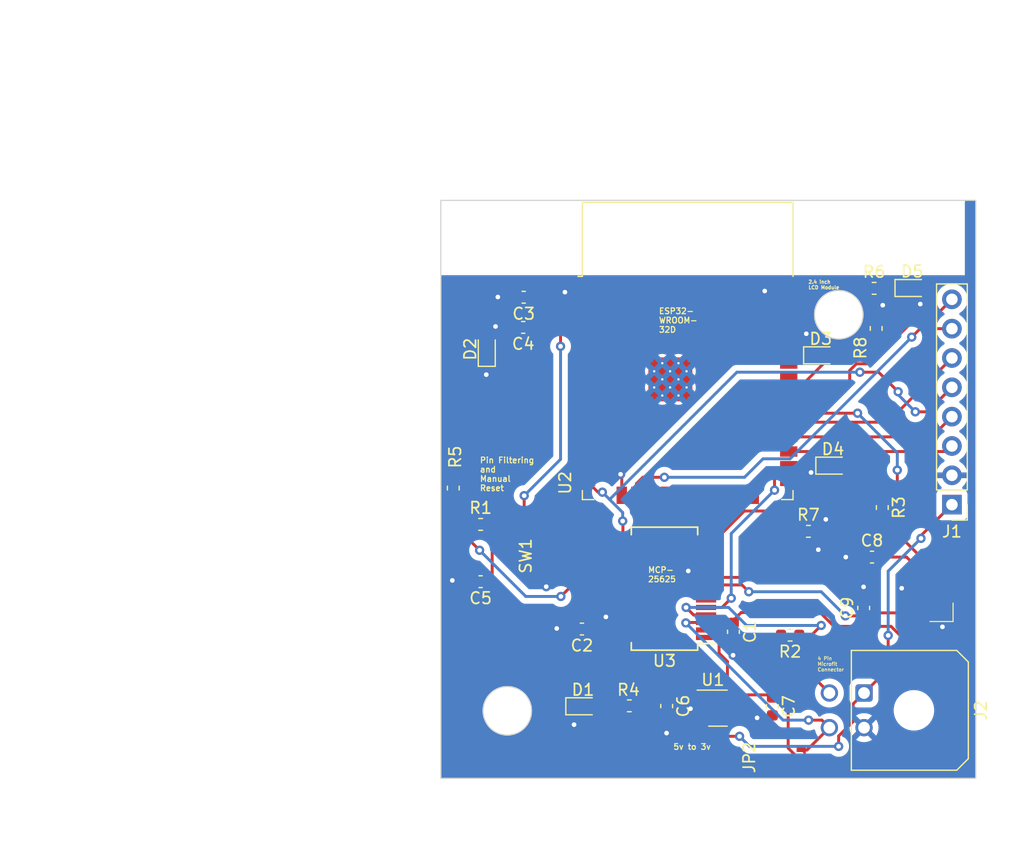
<source format=kicad_pcb>
(kicad_pcb (version 20221018) (generator pcbnew)
  (layers (0 "F.Cu" signal) (31 "B.Cu" signal) (34 "B.Paste" user) (35 "F.Paste" user) (36 "B.SilkS" user "B.Silkscreen") (37 "F.SilkS" user "F.Silkscreen") (38 "B.Mask" user) (39 "F.Mask" user) (44 "Edge.Cuts" user))
  (net 0 "")
  (net 1 "+3.3V")
  (net 2 "GND")
  (net 3 "/EN")
  (net 4 "VBUS")
  (net 5 "Net-(U3-OSC1)")
  (net 6 "Net-(U3-OSC2)")
  (net 7 "/LCD CS")
  (net 8 "/LCD RST")
  (net 9 "/SI")
  (net 10 "/SCK")
  (net 11 "/SO")
  (net 12 "Net-(D1-A)")
  (net 13 "/CANH")
  (net 14 "/CANL")
  (net 15 "Net-(JP2-B)")
  (net 16 "/1O0")
  (net 27 "/CS")
  (net 34 "/INT")
  (net 36 "/STBY")
  (net 37 "Net-(D2-A)")
  (net 39 "Net-(D3-K)")
  (net 42 "Net-(D3-A)")
  (net 50 "Net-(U3-TXD)")
  (net 51 "Net-(U3-RXD)")
  (net 55 "Net-(D4-K)")
  (net 56 "Net-(D4-A)")
  (net 57 "Net-(D5-K)")
  (net 58 "Net-(D5-A)")
  (net 59 "/LCD RS")
  (footprint "RF_Module:ESP32-WROOM-32D" (layer "F.Cu") (at 228.45 95.68)
    (fp_text reference "U2")
    (fp_text value "ESP32-WROOM-32D")
  )
  (footprint "Capacitor_SMD:C_0603_1608Metric" (layer "F.Cu") (at 244.41 110.54)
    (fp_text reference "C8")
    (fp_text value "C_30pF")
  )
  (footprint "LED_SMD:LED_0603_1608Metric" (layer "F.Cu") (at 247.8875 87.24)
    (fp_text reference "D5")
    (fp_text value "LED")
  )
  (footprint "footprints:R_0603_1608Metric" (layer "F.Cu") (at 208.15 104.5675 90)
    (fp_text reference "R5")
    (fp_text value "R_220")
  )
  (footprint "footprints:SolderJumper-2_Open_Hooks0.8x1.8mm" (layer "F.Cu") (at 238.28 127.895 90)
    (fp_text reference "JP2")
    (fp_text value "SolderJumper_2_Open")
  )
  (footprint "Capacitor_SMD:C_0603_1608Metric" (layer "F.Cu") (at 214.25 88.04 180)
    (fp_text reference "C3")
    (fp_text value "C_0.1uF")
  )
  (footprint "footprints:R_0603_1608Metric" (layer "F.Cu") (at 210.52 107.71)
    (fp_text reference "R1")
    (fp_text value "R_10K")
  )
  (footprint "Connector_PinHeader_2.54mm:PinHeader_1x08_P2.54mm_Vertical" (layer "F.Cu") (at 251.33 106 180)
    (fp_text reference "J1")
    (fp_text value "Conn_01x08_Pin")
  )
  (footprint "Capacitor_SMD:C_0603_1608Metric" (layer "F.Cu") (at 219.29 116.77 180)
    (fp_text reference "C2")
    (fp_text value "C_0.1uF")
  )
  (footprint "Capacitor_SMD:C_0603_1608Metric" (layer "F.Cu") (at 210.52 112.67 180)
    (fp_text reference "C5")
    (fp_text value "C_10uF")
  )
  (footprint "OEM:Crystal_TXC7M" (layer "F.Cu") (at 249.43 114.52 180)
    (fp_text reference "Y1" hide)
    (fp_text value "~" hide)
  )
  (footprint "LED_SMD:LED_0603_1608Metric" (layer "F.Cu") (at 211.05 92.5375 90)
    (fp_text reference "D2")
    (fp_text value "LED")
  )
  (footprint "Capacitor_SMD:C_0603_1608Metric" (layer "F.Cu") (at 232.41 117.01 -90)
    (fp_text reference "C1")
    (fp_text value "C_0.1uF")
  )
  (footprint "footprints:R_0603_1608Metric" (layer "F.Cu") (at 223.3925 123.42 180)
    (fp_text reference "R4")
    (fp_text value "R_220")
  )
  (footprint "Capacitor_SMD:C_0603_1608Metric" (layer "F.Cu") (at 214.21 90.65 180)
    (fp_text reference "C4")
    (fp_text value "C_0.1uF")
  )
  (footprint "Package_SO:SSOP-28_5.3x10.2mm_P0.65mm" (layer "F.Cu") (at 226.44 113.275 180)
    (fp_text reference "U3")
    (fp_text value "MCP25625-x-SS")
  )
  (footprint "Capacitor_SMD:C_0603_1608Metric" (layer "F.Cu") (at 235.78 123.47 -90)
    (fp_text reference "C7")
    (fp_text value "C_1uF")
  )
  (footprint "Package_TO_SOT_SMD:SOT-23-5" (layer "F.Cu") (at 231.07 123.62)
    (fp_text reference "U1")
    (fp_text value "AP2112K-3.3")
  )
  (footprint "LED_SMD:LED_0603_1608Metric" (layer "F.Cu") (at 219.3825 123.46)
    (fp_text reference "D1")
    (fp_text value "LED")
  )
  (footprint "footprints:R_0603_1608Metric" (layer "F.Cu") (at 238.9025 108.31)
    (fp_text reference "R7")
    (fp_text value "R_220")
  )
  (footprint "Capacitor_SMD:C_0603_1608Metric" (layer "F.Cu") (at 243.69 114.945 90)
    (fp_text reference "C9")
    (fp_text value "C_30pF")
  )
  (footprint "footprints:SW_B3U-1000P_4.2x1.7mm" (layer "F.Cu") (at 216.21 112.15 90)
    (fp_text reference "SW1")
    (fp_text value "SW_Push_SPST_NO")
  )
  (footprint "LED_SMD:LED_0603_1608Metric" (layer "F.Cu") (at 241.0325 102.62)
    (fp_text reference "D4")
    (fp_text value "LED")
  )
  (footprint "footprints:MicroFit_RA_4" (layer "F.Cu") (at 243.72 122.31 -90)
    (fp_text reference "J2")
    (fp_text value "MicroFit_RA_4")
  )
  (footprint "footprints:R_0603_1608Metric" (layer "F.Cu") (at 244.5925 87.27)
    (fp_text reference "R6")
    (fp_text value "R_220")
  )
  (footprint "Capacitor_SMD:C_0603_1608Metric" (layer "F.Cu") (at 226.63 123.44 -90)
    (fp_text reference "C6")
    (fp_text value "C_1uF")
  )
  (footprint "footprints:R_0603_1608Metric" (layer "F.Cu") (at 237.32 117.3 180)
    (fp_text reference "R2")
    (fp_text value "R_120")
  )
  (footprint "footprints:R_0603_1608Metric" (layer "F.Cu") (at 244.77 90.7425 90)
    (fp_text reference "R8")
    (fp_text value "R_220")
  )
  (footprint "footprints:R_0603_1608Metric" (layer "F.Cu") (at 245.3 106.25 -90)
    (fp_text reference "R3")
    (fp_text value "R_10K")
  )
  (footprint "LED_SMD:LED_0603_1608Metric" (layer "F.Cu") (at 239.9725 93.07)
    (fp_text reference "D3")
    (fp_text value "LED")
  )
  (gr_circle (center 212.83 123.85) (end 214.93 123.85) (stroke (width 0.1)) (fill none) (layer "Edge.Cuts"))
  (gr_circle (center 241.53 89.55) (end 243.63 89.55) (stroke (width 0.1)) (fill none) (layer "Edge.Cuts"))
  (gr_rect (start 207.07 79.65) (end 253.4 129.7) (stroke (width 0.1)) (fill none) (layer "Edge.Cuts"))
  (gr_text "ESP32- \nWROOM-\n32D" (at 225.91 91.14) (layer "F.SilkS") (effects (font (size 0.5 0.5) (thickness 0.1) bold) (justify left bottom)))
  (gr_text "MCP-\n25625" (at 224.97 112.75) (layer "F.SilkS") (effects (font (size 0.5 0.5) (thickness 0.1) bold) (justify left bottom)))
  (gr_text "Pin Filtering \nand \nManual \nReset" (at 210.41 104.86) (layer "F.SilkS") (effects (font (size 0.5 0.5) (thickness 0.1) bold) (justify left bottom)))
  (gr_text "2.4 inch\nLCD Module" (at 238.87 87.37) (layer "F.SilkS") (effects (font (size 0.3 0.3) (thickness 0.075) bold) (justify left bottom)))
  (gr_text "5v to 3v\n" (at 227.16 127.26) (layer "F.SilkS") (effects (font (size 0.5 0.5) (thickness 0.1) bold) (justify left bottom)))
  (gr_text "4 Pin\nMicrofit\nConnector" (at 239.67 120.46) (layer "F.SilkS") (effects (font (size 0.3 0.3) (thickness 0.06)) (justify left bottom)))
  (segment (start 232.4075 122.47) (end 235.78 122.47) (width 0.254) (layer "F.Cu") (net 1))
  (segment (start 209.57 97.826) (end 209.57 107.71) (width 0.254) (layer "F.Cu") (net 1))
  (segment (start 209.57 109.09) (end 210.43 109.95) (width 0.254) (layer "F.Cu") (net 1))
  (segment (start 215.25 88.04) (end 215.91 88.7) (width 0.254) (layer "F.Cu") (net 1))
  (segment (start 208.15 105.355) (end 208.15 106.1275) (width 0.25) (layer "F.Cu") (net 1))
  (segment (start 232.2075 122.67) (end 232.4075 122.47) (width 0.254) (layer "F.Cu") (net 1))
  (segment (start 250.798134 117.32) (end 246.838134 117.32) (width 0.254) (layer "F.Cu") (net 1))
  (segment (start 232.41 116.259) (end 232.41 116.01) (width 0.254) (layer "F.Cu") (net 1))
  (segment (start 246.058134 116.54) (end 241.118134 116.54) (width 0.254) (layer "F.Cu") (net 1))
  (segment (start 219.77 111.65) (end 222.84 111.65) (width 0.254) (layer "F.Cu") (net 1))
  (segment (start 218.696 88.7) (end 209.57 97.826) (width 0.254) (layer "F.Cu") (net 1))
  (segment (start 241.118134 116.54) (end 239.918134 115.34) (width 0.254) (layer "F.Cu") (net 1))
  (segment (start 215.91 88.7) (end 219.7 88.7) (width 0.254) (layer "F.Cu") (net 1))
  (segment (start 220.29 116.77) (end 222.76 116.77) (width 0.254) (layer "F.Cu") (net 1))
  (segment (start 245.3 107.2) (end 250.843 112.743) (width 0.254) (layer "F.Cu") (net 1))
  (segment (start 232.2075 122.67) (end 231.89 122.3525) (width 0.254) (layer "F.Cu") (net 1))
  (segment (start 230.04 117.5) (end 231.169 117.5) (width 0.254) (layer "F.Cu") (net 1))
  (segment (start 246.838134 117.32) (end 246.058134 116.54) (width 0.254) (layer "F.Cu") (net 1))
  (segment (start 221.711 111.65) (end 222.84 111.65) (width 0.254) (layer "F.Cu") (net 1))
  (segment (start 219.7 88.7) (end 218.696 88.7) (width 0.254) (layer "F.Cu") (net 1))
  (segment (start 250.843 112.743) (end 251.557 112.743) (width 0.254) (layer "F.Cu") (net 1))
  (segment (start 251.557 112.743) (end 251.557 116.561134) (width 0.254) (layer "F.Cu") (net 1))
  (segment (start 217.16 88.7) (end 219.7 88.7) (width 0.254) (layer "F.Cu") (net 1))
  (segment (start 251.557 116.561134) (end 250.798134 117.32) (width 0.254) (layer "F.Cu") (net 1))
  (segment (start 233.08 115.34) (end 232.41 116.01) (width 0.254) (layer "F.Cu") (net 1))
  (segment (start 217.47 113.95) (end 219.77 111.65) (width 0.254) (layer "F.Cu") (net 1))
  (segment (start 208.15 106.1275) (end 209.7325 107.71) (width 0.25) (layer "F.Cu") (net 1))
  (segment (start 231.89 122.3525) (end 231.89 119.578134) (width 0.254) (layer "F.Cu") (net 1))
  (segment (start 222.76 116.77) (end 222.84 116.85) (width 0.254) (layer "F.Cu") (net 1))
  (segment (start 231.169 117.5) (end 232.41 116.259) (width 0.254) (layer "F.Cu") (net 1))
  (segment (start 231.169 118.857134) (end 231.169 117.5) (width 0.254) (layer "F.Cu") (net 1))
  (segment (start 239.918134 115.34) (end 233.08 115.34) (width 0.254) (layer "F.Cu") (net 1))
  (segment (start 231.89 119.578134) (end 231.169 118.857134) (width 0.254) (layer "F.Cu") (net 1))
  (segment (start 215.21 90.65) (end 217.16 88.7) (width 0.254) (layer "F.Cu") (net 1))
  (segment (start 209.57 107.71) (end 209.57 109.09) (width 0.254) (layer "F.Cu") (net 1))
  (via (at 217.47 113.95) (size 0.8) (drill 0.4) (layers "F.Cu" "B.Cu") (net 1))
  (via (at 210.43 109.95) (size 0.8) (drill 0.4) (layers "F.Cu" "B.Cu") (net 1))
  (segment (start 210.43 109.95) (end 214.43 113.95) (width 0.254) (layer "B.Cu") (net 1))
  (segment (start 214.43 113.95) (end 217.47 113.95) (width 0.254) (layer "B.Cu") (net 1))
  (segment (start 221.845498 116.2) (end 221.365498 115.72) (width 0.254) (layer "F.Cu") (net 2))
  (segment (start 244.77 89.3) (end 245.34 88.73) (width 0.25) (layer "F.Cu") (net 2))
  (segment (start 226.63 124.44) (end 226.63 125.77) (width 0.254) (layer "F.Cu") (net 2))
  (segment (start 250.53 115.37) (end 250.53 116.56) (width 0.254) (layer "F.Cu") (net 2))
  (segment (start 235.78 124.47) (end 234.47 124.47) (width 0.254) (layer "F.Cu") (net 2))
  (segment (start 228.74 123.62) (end 228.69 123.67) (width 0.254) (layer "F.Cu") (net 2))
  (segment (start 232.41 118.01) (end 232.41 119.01) (width 0.254) (layer "F.Cu") (net 2))
  (segment (start 211.89 90.65) (end 211.81 90.57) (width 0.254) (layer "F.Cu") (net 2))
  (segment (start 230.04 111.65) (end 228.59 111.65) (width 0.254) (layer "F.Cu") (net 2))
  (segment (start 245.38 87.27) (end 245.38 88.69) (width 0.25) (layer "F.Cu") (net 2))
  (segment (start 232.41 119.01) (end 232.38 119.04) (width 0.254) (layer "F.Cu") (net 2))
  (segment (start 208.18 112.67) (end 208.07 112.56) (width 0.508) (layer "F.Cu") (net 2))
  (segment (start 212.03 88.04) (end 212.01 88.02) (width 0.254) (layer "F.Cu") (net 2))
  (segment (start 218.595 123.46) (end 218.595 125.035) (width 0.25) (layer "F.Cu") (net 2))
  (segment (start 211.05 94.7) (end 211.01 94.74) (width 0.25) (layer "F.Cu") (net 2))
  (segment (start 217.16 116.77) (end 217.11 116.72) (width 0.508) (layer "F.Cu") (net 2))
  (segment (start 228.59 111.65) (end 228.5 111.74) (width 0.254) (layer "F.Cu") (net 2))
  (segment (start 211.05 93.325) (end 211.05 94.7) (width 0.25) (layer "F.Cu") (net 2))
  (segment (start 222.84 116.2) (end 221.845498 116.2) (width 0.254) (layer "F.Cu") (net 2))
  (segment (start 229.9325 123.62) (end 228.74 123.62) (width 0.254) (layer "F.Cu") (net 2))
  (segment (start 244.77 89.955) (end 244.77 89.3) (width 0.25) (layer "F.Cu") (net 2))
  (segment (start 250.53 116.56) (end 250.51 116.58) (width 0.254) (layer "F.Cu") (net 2))
  (segment (start 213.21 90.65) (end 211.89 90.65) (width 0.254) (layer "F.Cu") (net 2))
  (segment (start 226.63 125.77) (end 226.62 125.78) (width 0.254) (layer "F.Cu") (net 2))
  (segment (start 218.29 116.77) (end 217.16 116.77) (width 0.508) (layer "F.Cu") (net 2))
  (segment (start 209.52 112.67) (end 208.18 112.67) (width 0.508) (layer "F.Cu") (net 2))
  (segment (start 248.33 113.67) (end 247.41 113.67) (width 0.254) (layer "F.Cu") (net 2))
  (segment (start 247.41 113.67) (end 246.98 113.24) (width 0.254) (layer "F.Cu") (net 2))
  (segment (start 222.74 103.47) (end 222.64 103.37) (width 0.254) (layer "F.Cu") (net 2))
  (segment (start 235.19 87.43) (end 235.12 87.5) (width 0.254) (layer "F.Cu") (net 2))
  (segment (start 213.25 88.04) (end 212.03 88.04) (width 0.254) (layer "F.Cu") (net 2))
  (segment (start 243.69 113.13) (end 243.68 113.12) (width 0.254) (layer "F.Cu") (net 2))
  (segment (start 219.7 87.43) (end 217.99 87.43) (width 0.254) (layer "F.Cu") (net 2))
  (segment (start 243.69 114.17) (end 243.69 113.13) (width 0.254) (layer "F.Cu") (net 2))
  (segment (start 217.99 87.43) (end 217.82 87.6) (width 0.254) (layer "F.Cu") (net 2))
  (segment (start 222.74 105.19) (end 222.74 103.47) (width 0.254) (layer "F.Cu") (net 2))
  (segment (start 218.595 125.035) (end 218.61 125.05) (width 0.25) (layer "F.Cu") (net 2))
  (segment (start 237.2 87.43) (end 235.19 87.43) (width 0.254) (layer "F.Cu") (net 2))
  (segment (start 245.38 88.69) (end 245.34 88.73) (width 0.25) (layer "F.Cu") (net 2))
  (segment (start 239.69 108.31) (end 239.69 109.83) (width 0.25) (layer "F.Cu") (net 2))
  (segment (start 234.47 124.47) (end 234.46 124.46) (width 0.254) (layer "F.Cu") (net 2))
  (segment (start 243.635 110.54) (end 242.14 110.54) (width 0.254) (layer "F.Cu") (net 2))
  (segment (start 216.21 113.09) (end 216.2 113.1) (width 0.508) (layer "F.Cu") (net 2))
  (segment (start 216.21 112.15) (end 216.21 113.09) (width 0.508) (layer "F.Cu") (net 2))
  (segment (start 239.69 109.83) (end 239.76 109.9) (width 0.25) (layer "F.Cu") (net 2))
  (via (at 234.46 124.46) (size 0.8) (drill 0.4) (layers "F.Cu" "B.Cu") (net 2))
  (via (at 216.2 113.1) (size 0.8) (drill 0.4) (layers "F.Cu" "B.Cu") (net 2))
  (via (at 212.01 88.02) (size 0.8) (drill 0.4) (layers "F.Cu" "B.Cu") (net 2))
  (via (at 217.82 87.6) (size 0.8) (drill 0.4) (layers "F.Cu" "B.Cu") (net 2))
  (via (at 246.98 113.24) (size 0.8) (drill 0.4) (layers "F.Cu" "B.Cu") (net 2))
  (via (at 228.5 111.74) (size 0.8) (drill 0.4) (layers "F.Cu" "B.Cu") (net 2))
  (via (at 221.365498 115.72) (size 0.8) (drill 0.4) (layers "F.Cu" "B.Cu") (net 2))
  (via (at 226.62 125.78) (size 0.8) (drill 0.4) (layers "F.Cu" "B.Cu") (net 2))
  (via (at 208.07 112.56) (size 0.8) (drill 0.4) (layers "F.Cu" "B.Cu") (net 2))
  (via (at 250.51 116.58) (size 0.8) (drill 0.4) (layers "F.Cu" "B.Cu") (net 2))
  (via (at 243.68 113.12) (size 0.8) (drill 0.4) (layers "F.Cu" "B.Cu") (net 2))
  (via (at 242.14 110.54) (size 0.8) (drill 0.4) (layers "F.Cu" "B.Cu") (net 2))
  (via (at 228.69 123.67) (size 0.8) (drill 0.4) (layers "F.Cu" "B.Cu") (net 2))
  (via (at 235.12 87.5) (size 0.8) (drill 0.4) (layers "F.Cu" "B.Cu") (net 2))
  (via (at 222.64 103.37) (size 0.8) (drill 0.4) (layers "F.Cu" "B.Cu") (net 2))
  (via (at 245.34 88.73) (size 0.8) (drill 0.4) (layers "F.Cu" "B.Cu") (net 2))
  (via (at 217.11 116.72) (size 0.8) (drill 0.4) (layers "F.Cu" "B.Cu") (net 2))
  (via (at 218.61 125.05) (size 0.8) (drill 0.4) (layers "F.Cu" "B.Cu") (net 2))
  (via (at 211.01 94.74) (size 0.8) (drill 0.4) (layers "F.Cu" "B.Cu") (net 2))
  (via (at 239.76 109.9) (size 0.8) (drill 0.4) (layers "F.Cu" "B.Cu") (net 2))
  (via (at 232.38 119.04) (size 0.8) (drill 0.4) (layers "F.Cu" "B.Cu") (net 2))
  (via (at 211.81 90.57) (size 0.8) (drill 0.4) (layers "F.Cu" "B.Cu") (net 2))
  (segment (start 211.47 107.71) (end 214.95 107.71) (width 0.254) (layer "F.Cu") (net 3))
  (segment (start 217.44 91.226) (end 217.44 92.29) (width 0.254) (layer "F.Cu") (net 3))
  (segment (start 214.29 107.05) (end 214.95 107.71) (width 0.254) (layer "F.Cu") (net 3))
  (segment (start 215.17 107.71) (end 216.21 108.75) (width 0.254) (layer "F.Cu") (net 3))
  (segment (start 211.52 112.67) (end 211.52 107.76) (width 0.254) (layer "F.Cu") (net 3))
  (segment (start 219.7 89.97) (end 218.696 89.97) (width 0.254) (layer "F.Cu") (net 3))
  (segment (start 214.29 105.22) (end 214.29 107.05) (width 0.254) (layer "F.Cu") (net 3))
  (segment (start 211.52 107.76) (end 211.47 107.71) (width 0.254) (layer "F.Cu") (net 3))
  (segment (start 214.95 107.71) (end 215.17 107.71) (width 0.254) (layer "F.Cu") (net 3))
  (segment (start 218.696 89.97) (end 217.44 91.226) (width 0.254) (layer "F.Cu") (net 3))
  (via (at 217.44 92.29) (size 0.8) (drill 0.4) (layers "F.Cu" "B.Cu") (net 3))
  (via (at 214.29 105.22) (size 0.8) (drill 0.4) (layers "F.Cu" "B.Cu") (net 3))
  (segment (start 217.44 102.07) (end 214.29 105.22) (width 0.254) (layer "B.Cu") (net 3))
  (segment (start 217.44 92.29) (end 217.44 102.07) (width 0.254) (layer "B.Cu") (net 3))
  (segment (start 241.52 126.033109) (end 242.78 124.773109) (width 0.254) (layer "F.Cu") (net 4))
  (segment (start 226.63 122.638134) (end 230.051866 126.06) (width 0.254) (layer "F.Cu") (net 4))
  (segment (start 243.72 122.31) (end 245.81 120.22) (width 0.254) (layer "F.Cu") (net 4))
  (segment (start 241.52 126.93) (end 241.52 126.033109) (width 0.254) (layer "F.Cu") (net 4))
  (segment (start 230.051866 126.06) (end 232.94 126.06) (width 0.254) (layer "F.Cu") (net 4))
  (segment (start 248.65 108.68) (end 251.33 106) (width 0.254) (layer "F.Cu") (net 4))
  (segment (start 226.63 122.44) (end 226.63 122.638134) (width 0.254) (layer "F.Cu") (net 4))
  (segment (start 242.78 124.773109) (end 242.78 123.25) (width 0.254) (layer "F.Cu") (net 4))
  (segment (start 248.65 108.92) (end 248.65 108.68) (width 0.254) (layer "F.Cu") (net 4))
  (segment (start 225.875 123.42) (end 226.63 122.665) (width 0.25) (layer "F.Cu") (net 4))
  (segment (start 224.18 123.42) (end 225.875 123.42) (width 0.25) (layer "F.Cu") (net 4))
  (segment (start 242.78 123.25) (end 243.72 122.31) (width 0.254) (layer "F.Cu") (net 4))
  (segment (start 245.81 120.22) (end 245.81 117.32) (width 0.254) (layer "F.Cu") (net 4))
  (via (at 241.52 126.93) (size 0.8) (drill 0.4) (layers "F.Cu" "B.Cu") (net 4))
  (via (at 245.81 117.32) (size 0.8) (drill 0.4) (layers "F.Cu" "B.Cu") (net 4))
  (via (at 248.65 108.92) (size 0.8) (drill 0.4) (layers "F.Cu" "B.Cu") (net 4))
  (via (at 232.94 126.06) (size 0.8) (drill 0.4) (layers "F.Cu" "B.Cu") (net 4))
  (segment (start 232.94 126.06) (end 233.81 126.93) (width 0.254) (layer "B.Cu") (net 4))
  (segment (start 245.81 117.32) (end 245.81 111.76) (width 0.254) (layer "B.Cu") (net 4))
  (segment (start 233.81 126.93) (end 241.52 126.93) (width 0.254) (layer "B.Cu") (net 4))
  (segment (start 245.81 111.76) (end 248.65 108.92) (width 0.254) (layer "B.Cu") (net 4))
  (segment (start 243.425 112.3) (end 245.185 110.54) (width 0.254) (layer "F.Cu") (net 5))
  (segment (start 250.53 113.67) (end 247.4 110.54) (width 0.254) (layer "F.Cu") (net 5))
  (segment (start 247.4 110.54) (end 245.185 110.54) (width 0.254) (layer "F.Cu") (net 5))
  (segment (start 230.04 112.3) (end 243.425 112.3) (width 0.254) (layer "F.Cu") (net 5))
  (segment (start 230.04 112.95) (end 233.15 112.95) (width 0.254) (layer "F.Cu") (net 6))
  (segment (start 233.15 112.95) (end 233.74 113.54) (width 0.254) (layer "F.Cu") (net 6))
  (segment (start 244.04 115.37) (end 248.33 115.37) (width 0.254) (layer "F.Cu") (net 6))
  (segment (start 243.6 115.63) (end 243.69 115.72) (width 0.254) (layer "F.Cu") (net 6))
  (segment (start 243.69 115.72) (end 244.04 115.37) (width 0.254) (layer "F.Cu") (net 6))
  (segment (start 242.1 115.63) (end 243.6 115.63) (width 0.254) (layer "F.Cu") (net 6))
  (via (at 242.1 115.63) (size 0.8) (drill 0.4) (layers "F.Cu" "B.Cu") (net 6))
  (via (at 233.74 113.54) (size 0.8) (drill 0.4) (layers "F.Cu" "B.Cu") (net 6))
  (segment (start 233.74 113.54) (end 240.01 113.54) (width 0.254) (layer "B.Cu") (net 6))
  (segment (start 240.01 113.54) (end 242.1 115.63) (width 0.254) (layer "B.Cu") (net 6))
  (segment (start 250.85 101.4) (end 251.33 100.92) (width 0.254) (layer "F.Cu") (net 7))
  (segment (start 237.2 101.4) (end 250.85 101.4) (width 0.254) (layer "F.Cu") (net 7))
  (segment (start 249.58 100.13) (end 251.33 98.38) (width 0.254) (layer "F.Cu") (net 8))
  (segment (start 237.2 100.13) (end 249.58 100.13) (width 0.254) (layer "F.Cu") (net 8))
  (segment (start 221.06 104.92) (end 220.68 104.92) (width 0.254) (layer "F.Cu") (net 9))
  (segment (start 220.68 104.92) (end 219.7 103.94) (width 0.254) (layer "F.Cu") (net 9))
  (segment (start 248.16 97.96) (end 249.21 97.96) (width 0.254) (layer "F.Cu") (net 9))
  (segment (start 244.98 94.53) (end 246.67 96.22) (width 0.254) (layer "F.Cu") (net 9))
  (segment (start 243.36 94.53) (end 244.98 94.53) (width 0.254) (layer "F.Cu") (net 9))
  (segment (start 222.84 107.44) (end 222.82 107.42) (width 0.254) (layer "F.Cu") (net 9))
  (segment (start 222.84 109.05) (end 222.84 107.44) (width 0.254) (layer "F.Cu") (net 9))
  (segment (start 249.21 97.96) (end 251.33 95.84) (width 0.254) (layer "F.Cu") (net 9))
  (via (at 222.82 107.42) (size 0.8) (drill 0.4) (layers "F.Cu" "B.Cu") (net 9))
  (via (at 248.16 97.96) (size 0.8) (drill 0.4) (layers "F.Cu" "B.Cu") (net 9))
  (via (at 221.06 104.92) (size 0.8) (drill 0.4) (layers "F.Cu" "B.Cu") (net 9))
  (via (at 243.36 94.53) (size 0.8) (drill 0.4) (layers "F.Cu" "B.Cu") (net 9))
  (via (at 246.67 96.22) (size 0.8) (drill 0.4) (layers "F.Cu" "B.Cu") (net 9))
  (segment (start 221.69 105.55) (end 221.06 104.92) (width 0.254) (layer "B.Cu") (net 9))
  (segment (start 246.67 96.22) (end 246.67 96.47) (width 0.254) (layer "B.Cu") (net 9))
  (segment (start 232.71 94.53) (end 243.36 94.53) (width 0.254) (layer "B.Cu") (net 9))
  (segment (start 221.69 105.55) (end 232.71 94.53) (width 0.254) (layer "B.Cu") (net 9))
  (segment (start 222.82 107.42) (end 222.82 106.68) (width 0.254) (layer "B.Cu") (net 9))
  (segment (start 222.82 106.68) (end 221.69 105.55) (width 0.254) (layer "B.Cu") (net 9))
  (segment (start 246.67 96.47) (end 248.16 97.96) (width 0.254) (layer "B.Cu") (net 9))
  (segment (start 246.6 105.654) (end 246.6 103.01) (width 0.254) (layer "F.Cu") (net 10))
  (segment (start 244.323 106.523) (end 245.731 106.523) (width 0.254) (layer "F.Cu") (net 10))
  (segment (start 243.16 98.08) (end 238.984 98.08) (width 0.254) (layer "F.Cu") (net 10))
  (segment (start 238.984 98.08) (end 238.204 98.86) (width 0.254) (layer "F.Cu") (net 10))
  (segment (start 237.2 98.86) (end 245.77 98.86) (width 0.254) (layer "F.Cu") (net 10))
  (segment (start 244.296 106.55) (end 244.323 106.577) (width 0.254) (layer "F.Cu") (net 10))
  (segment (start 238.204 98.86) (end 237.2 98.86) (width 0.254) (layer "F.Cu") (net 10))
  (segment (start 233.35 106.55) (end 244.296 106.55) (width 0.254) (layer "F.Cu") (net 10))
  (segment (start 245.731 106.523) (end 246.6 105.654) (width 0.254) (layer "F.Cu") (net 10))
  (segment (start 244.323 106.577) (end 244.323 106.523) (width 0.254) (layer "F.Cu") (net 10))
  (segment (start 245.77 98.86) (end 251.33 93.3) (width 0.254) (layer "F.Cu") (net 10))
  (segment (start 230.85 109.05) (end 233.35 106.55) (width 0.254) (layer "F.Cu") (net 10))
  (segment (start 230.04 109.05) (end 230.85 109.05) (width 0.254) (layer "F.Cu") (net 10))
  (via (at 243.16 98.08) (size 0.8) (drill 0.4) (layers "F.Cu" "B.Cu") (net 10))
  (via (at 246.6 103.01) (size 0.8) (drill 0.4) (layers "F.Cu" "B.Cu") (net 10))
  (segment (start 246.6 101.52) (end 243.16 98.08) (width 0.254) (layer "B.Cu") (net 10))
  (segment (start 246.6 103.01) (end 246.6 101.52) (width 0.254) (layer "B.Cu") (net 10))
  (segment (start 223.969 109.7) (end 224.05 109.619) (width 0.254) (layer "F.Cu") (net 11))
  (segment (start 224.05 109.619) (end 224.05 105.23) (width 0.254) (layer "F.Cu") (net 11))
  (segment (start 224.05 105.23) (end 224.01 105.19) (width 0.254) (layer "F.Cu") (net 11))
  (segment (start 224.01 104.186) (end 224.566 103.63) (width 0.254) (layer "F.Cu") (net 11))
  (segment (start 224.01 105.19) (end 224.01 104.186) (width 0.254) (layer "F.Cu") (net 11))
  (segment (start 247.85 91.49) (end 248.58 90.76) (width 0.254) (layer "F.Cu") (net 11))
  (segment (start 222.84 109.7) (end 223.969 109.7) (width 0.254) (layer "F.Cu") (net 11))
  (segment (start 248.58 90.76) (end 251.33 90.76) (width 0.254) (layer "F.Cu") (net 11))
  (segment (start 224.566 103.63) (end 226.43 103.63) (width 0.254) (layer "F.Cu") (net 11))
  (via (at 226.43 103.63) (size 0.8) (drill 0.4) (layers "F.Cu" "B.Cu") (net 11))
  (via (at 247.85 91.49) (size 0.8) (drill 0.4) (layers "F.Cu" "B.Cu") (net 11))
  (segment (start 233.37 103.63) (end 234.97 102.03) (width 0.254) (layer "B.Cu") (net 11))
  (segment (start 237.31 102.03) (end 247.85 91.49) (width 0.254) (layer "B.Cu") (net 11))
  (segment (start 226.43 103.63) (end 233.37 103.63) (width 0.254) (layer "B.Cu") (net 11))
  (segment (start 234.97 102.03) (end 237.31 102.03) (width 0.254) (layer "B.Cu") (net 11))
  (segment (start 222.565 123.46) (end 222.605 123.42) (width 0.25) (layer "F.Cu") (net 12))
  (segment (start 220.17 123.46) (end 222.565 123.46) (width 0.25) (layer "F.Cu") (net 12))
  (segment (start 228.31 114.9) (end 228.96 115.55) (width 0.254) (layer "F.Cu") (net 13))
  (segment (start 240.29 122.74) (end 240.72 122.31) (width 0.254) (layer "F.Cu") (net 13))
  (segment (start 238.27 119.86) (end 238.27 117.3) (width 0.254) (layer "F.Cu") (net 13))
  (segment (start 238.27 117.3) (end 239.17 117.3) (width 0.254) (layer "F.Cu") (net 13))
  (segment (start 240.72 122.31) (end 238.27 119.86) (width 0.254) (layer "F.Cu") (net 13))
  (segment (start 239.17 117.3) (end 240.01 116.46) (width 0.254) (layer "F.Cu") (net 13))
  (segment (start 228.96 115.55) (end 230.04 115.55) (width 0.254) (layer "F.Cu") (net 13))
  (via (at 240.01 116.46) (size 0.8) (drill 0.4) (layers "F.Cu" "B.Cu") (net 13))
  (via (at 228.31 114.9) (size 0.8) (drill 0.4) (layers "F.Cu" "B.Cu") (net 13))
  (segment (start 240.01 116.46) (end 233.551866 116.46) (width 0.254) (layer "B.Cu") (net 13))
  (segment (start 233.551866 116.46) (end 231.991866 114.9) (width 0.254) (layer "B.Cu") (net 13))
  (segment (start 231.991866 114.9) (end 228.31 114.9) (width 0.254) (layer "B.Cu") (net 13))
  (segment (start 240.07 124.66) (end 240.72 125.31) (width 0.254) (layer "F.Cu") (net 14))
  (segment (start 238.23 127.245) (end 238.785 127.245) (width 0.254) (layer "F.Cu") (net 14))
  (segment (start 238.92 124.66) (end 240.07 124.66) (width 0.254) (layer "F.Cu") (net 14))
  (segment (start 238.785 127.245) (end 240.72 125.31) (width 0.254) (layer "F.Cu") (net 14))
  (segment (start 228.33 116.2) (end 228.29 116.24) (width 0.254) (layer "F.Cu") (net 14))
  (segment (start 230.04 116.2) (end 228.33 116.2) (width 0.254) (layer "F.Cu") (net 14))
  (via (at 238.92 124.66) (size 0.8) (drill 0.4) (layers "F.Cu" "B.Cu") (net 14))
  (via (at 228.29 116.24) (size 0.8) (drill 0.4) (layers "F.Cu" "B.Cu") (net 14))
  (segment (start 228.29 116.24) (end 236.71 124.66) (width 0.254) (layer "B.Cu") (net 14))
  (segment (start 236.71 124.66) (end 238.92 124.66) (width 0.254) (layer "B.Cu") (net 14))
  (segment (start 237.838772 127.77) (end 237.15 127.081228) (width 0.254) (layer "F.Cu") (net 15))
  (segment (start 237.15 127.081228) (end 237.15 118.08) (width 0.254) (layer "F.Cu") (net 15))
  (segment (start 237.15 118.08) (end 236.37 117.3) (width 0.254) (layer "F.Cu") (net 15))
  (segment (start 238.005 127.77) (end 237.838772 127.77) (width 0.254) (layer "F.Cu") (net 15))
  (segment (start 243.94 103.94) (end 245.3 105.3) (width 0.254) (layer "F.Cu") (net 16))
  (segment (start 237.2 103.94) (end 243.94 103.94) (width 0.254) (layer "F.Cu") (net 16))
  (segment (start 218.696 102.67) (end 219.7 102.67) (width 0.254) (layer "F.Cu") (net 27))
  (segment (start 218.623 102.743) (end 218.696 102.67) (width 0.254) (layer "F.Cu") (net 27))
  (segment (start 222.84 110.35) (end 221.711 110.35) (width 0.254) (layer "F.Cu") (net 27))
  (segment (start 218.623 107.262) (end 218.623 102.743) (width 0.254) (layer "F.Cu") (net 27))
  (segment (start 221.711 110.35) (end 218.623 107.262) (width 0.254) (layer "F.Cu") (net 27))
  (segment (start 228.55 108.786) (end 231.069 106.267) (width 0.254) (layer "F.Cu") (net 34))
  (segment (start 232.9 106.194) (end 232.9 105.19) (width 0.254) (layer "F.Cu") (net 34))
  (segment (start 232.827 106.267) (end 232.9 106.194) (width 0.254) (layer "F.Cu") (net 34))
  (segment (start 231.069 106.267) (end 232.827 106.267) (width 0.254) (layer "F.Cu") (net 34))
  (segment (start 228.55 109.339) (end 228.55 108.786) (width 0.254) (layer "F.Cu") (net 34))
  (segment (start 228.911 109.7) (end 228.55 109.339) (width 0.254) (layer "F.Cu") (net 34))
  (segment (start 230.04 109.7) (end 228.911 109.7) (width 0.254) (layer "F.Cu") (net 34))
  (segment (start 230.04 114.9) (end 231.42 114.9) (width 0.254) (layer "F.Cu") (net 36))
  (segment (start 231.42 114.9) (end 232.22 114.1) (width 0.254) (layer "F.Cu") (net 36))
  (segment (start 235.968266 103.317734) (end 236.616 102.67) (width 0.254) (layer "F.Cu") (net 36))
  (segment (start 236.616 102.67) (end 237.2 102.67) (width 0.254) (layer "F.Cu") (net 36))
  (segment (start 235.968266 104.74684) (end 235.968266 103.317734) (width 0.254) (layer "F.Cu") (net 36))
  (via (at 232.22 114.1) (size 0.8) (drill 0.4) (layers "F.Cu" "B.Cu") (net 36))
  (via (at 235.968266 104.74684) (size 0.8) (drill 0.4) (layers "F.Cu" "B.Cu") (net 36))
  (segment (start 232.22 114.1) (end 232.22 108.495106) (width 0.254) (layer "B.Cu") (net 36))
  (segment (start 232.22 108.495106) (end 235.968266 104.74684) (width 0.254) (layer "B.Cu") (net 36))
  (segment (start 208.15 94.65) (end 211.05 91.75) (width 0.25) (layer "F.Cu") (net 37))
  (segment (start 208.15 103.78) (end 208.15 94.65) (width 0.25) (layer "F.Cu") (net 37))
  (segment (start 239.185 93.07) (end 240.472242 91.782758) (width 0.25) (layer "F.Cu") (net 39))
  (segment (start 243.805 90.425) (end 243.805 87.27) (width 0.25) (layer "F.Cu") (net 39))
  (segment (start 242.447242 91.782758) (end 243.805 90.425) (width 0.25) (layer "F.Cu") (net 39))
  (segment (start 240.472242 91.782758) (end 242.447242 91.782758) (width 0.25) (layer "F.Cu") (net 39))
  (segment (start 237.675 96.32) (end 240.76 93.235) (width 0.25) (layer "F.Cu") (net 42))
  (segment (start 237.2 96.32) (end 237.675 96.32) (width 0.25) (layer "F.Cu") (net 42))
  (segment (start 240.76 93.235) (end 240.76 93.07) (width 0.25) (layer "F.Cu") (net 42))
  (segment (start 238.115 108.31) (end 239.1485 107.2765) (width 0.25) (layer "F.Cu") (net 55))
  (segment (start 239.1485 107.2765) (end 240.41 107.2765) (width 0.25) (layer "F.Cu") (net 55))
  (segment (start 239.6515 103.2135) (end 240.245 102.62) (width 0.25) (layer "F.Cu") (net 55))
  (segment (start 239.13 103.2135) (end 239.6515 103.2135) (width 0.25) (layer "F.Cu") (net 55))
  (via (at 240.41 107.2765) (size 0.8) (drill 0.4) (layers "F.Cu" "B.Cu") (net 55))
  (via (at 239.13 103.2135) (size 0.8) (drill 0.4) (layers "F.Cu" "B.Cu") (net 55))
  (segment (start 240.41 104.4935) (end 239.13 103.2135) (width 0.25) (layer "B.Cu") (net 55))
  (segment (start 240.41 107.2765) (end 240.41 104.4935) (width 0.25) (layer "B.Cu") (net 55))
  (segment (start 247.1 88.868979) (end 247.1 87.24) (width 0.25) (layer "F.Cu") (net 57))
  (segment (start 244.77 91.198979) (end 247.1 88.868979) (width 0.25) (layer "F.Cu") (net 57))
  (segment (start 244.77 91.53) (end 244.77 91.198979) (width 0.25) (layer "F.Cu") (net 57))
  (segment (start 237.2 89.97) (end 237.38 89.97) (width 0.25) (layer "F.Cu") (net 58))
  (segment (start 238.72 90.49) (end 238.72 91.2) (width 0.25) (layer "F.Cu") (net 58))
  (segment (start 248.59 87.325) (end 248.675 87.24) (width 0.25) (layer "F.Cu") (net 58))
  (segment (start 237.2 89.97) (end 238.2 89.97) (width 0.25) (layer "F.Cu") (net 58))
  (segment (start 248.59 88.63) (end 248.59 87.325) (width 0.25) (layer "F.Cu") (net 58))
  (segment (start 238.2 89.97) (end 238.72 90.49) (width 0.25) (layer "F.Cu") (net 58))
  (segment (start 237.38 89.97) (end 237.48 89.87) (width 0.25) (layer "F.Cu") (net 58))
  (via (at 248.59 88.63) (size 0.8) (drill 0.4) (layers "F.Cu" "B.Cu") (net 58))
  (via (at 238.72 91.2) (size 0.8) (drill 0.4) (layers "F.Cu" "B.Cu") (net 58))
  (segment (start 245.437242 91.782758) (end 248.59 88.63) (width 0.25) (layer "B.Cu") (net 58))
  (segment (start 239.302758 91.782758) (end 245.437242 91.782758) (width 0.25) (layer "B.Cu") (net 58))
  (segment (start 238.72 91.2) (end 239.302758 91.782758) (width 0.25) (layer "B.Cu") (net 58))
  (segment (start 244.247 93.803) (end 248.36 89.69) (width 0.254) (layer "F.Cu") (net 59))
  (segment (start 240.34 97.59) (end 242.48 95.45) (width 0.254) (layer "F.Cu") (net 59))
  (segment (start 248.36 89.69) (end 249.86 89.69) (width 0.254) (layer "F.Cu") (net 59))
  (segment (start 237.2 97.59) (end 240.34 97.59) (width 0.254) (layer "F.Cu") (net 59))
  (segment (start 242.48 94.381866) (end 243.058866 93.803) (width 0.254) (layer "F.Cu") (net 59))
  (segment (start 249.86 89.69) (end 251.33 88.22) (width 0.254) (layer "F.Cu") (net 59))
  (segment (start 243.058866 93.803) (end 244.247 93.803) (width 0.254) (layer "F.Cu") (net 59))
  (segment (start 242.48 95.45) (end 242.48 94.381866) (width 0.254) (layer "F.Cu") (net 59))
  (zone (net 2) (net_name "GND") (layer "B.Cu") (connect_pads (clearance 0.5)) (min_thickness 0.25) (fill yes (thermal_gap 0.5) (thermal_bridge_width 0.5))
    (polygon (pts (xy 168.9 62.3) (xy 255 62.5) (xy 255.2 132.6) (xy 169.1 132.4)))
  )
)
</source>
